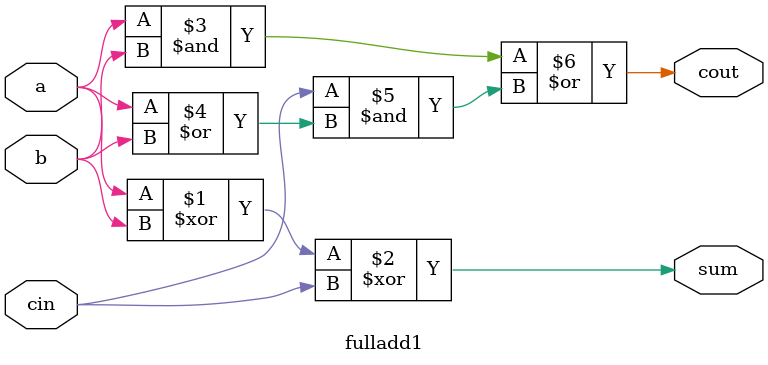
<source format=v>
`timescale 1ns / 1ps


module fulladd1(
    input a, //±»¼ÓÊý ai 
    input b, //¼ÓÊý bi 
    input cin, //µÍÎ»½øÎ»Î» ci 
    output sum, //ºÍ sumi 
    output cout //¸ßÎ»½øÎ»Î» ci+1     
    );
assign sum = (a^b)^cin;
assign cout = (a & b) | (cin & ( a | b )) ;
endmodule

</source>
